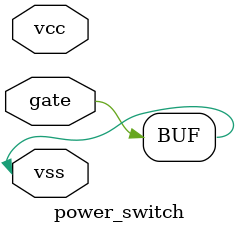
<source format=v>
`default_nettype none
module power_switch (
   input wire gate,
   input wire vcc,
   input wire vss
   );

   assign vss = gate;

endmodule

</source>
